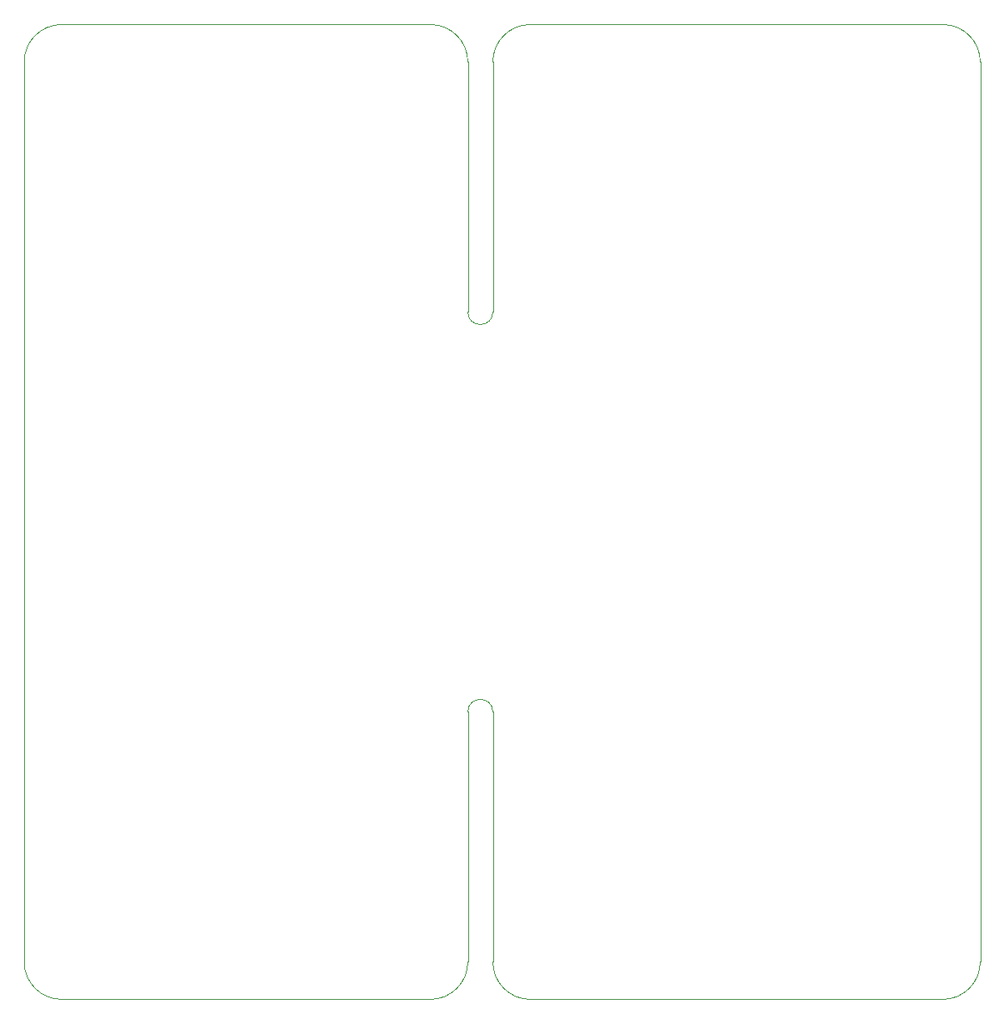
<source format=gbr>
G04 #@! TF.GenerationSoftware,KiCad,Pcbnew,(5.1.5)-3*
G04 #@! TF.CreationDate,2021-11-03T12:58:55+09:00*
G04 #@! TF.ProjectId,control_interface_boad_2021-2,636f6e74-726f-46c5-9f69-6e7465726661,rev?*
G04 #@! TF.SameCoordinates,Original*
G04 #@! TF.FileFunction,Profile,NP*
%FSLAX46Y46*%
G04 Gerber Fmt 4.6, Leading zero omitted, Abs format (unit mm)*
G04 Created by KiCad (PCBNEW (5.1.5)-3) date 2021-11-03 12:58:55*
%MOMM*%
%LPD*%
G04 APERTURE LIST*
%ADD10C,0.050000*%
G04 APERTURE END LIST*
D10*
X104140000Y-54610000D02*
X104140000Y-29210000D01*
X106680000Y-54610000D02*
G75*
G02X104140000Y-54610000I-1270000J0D01*
G01*
X104140000Y-95250000D02*
G75*
G02X106680000Y-95250000I1270000J0D01*
G01*
X106680000Y-54610000D02*
X106680000Y-29210000D01*
X106680000Y-120650000D02*
X106680000Y-95250000D01*
X152400000Y-124460000D02*
X110490000Y-124460000D01*
X156210000Y-29210000D02*
X156210000Y-120650000D01*
X110490000Y-25400000D02*
X152400000Y-25400000D01*
X106680000Y-29210000D02*
G75*
G02X110490000Y-25400000I3810000J0D01*
G01*
X152400000Y-25400000D02*
G75*
G02X156210000Y-29210000I0J-3810000D01*
G01*
X156210000Y-120650000D02*
G75*
G02X152400000Y-124460000I-3810000J0D01*
G01*
X110490000Y-124460000D02*
G75*
G02X106680000Y-120650000I0J3810000D01*
G01*
X62865000Y-124460000D02*
X100330000Y-124460000D01*
X100330000Y-25400000D02*
X62865000Y-25400000D01*
X104140000Y-120650000D02*
X104140000Y-95250000D01*
X104140000Y-120650000D02*
G75*
G02X100330000Y-124460000I-3810000J0D01*
G01*
X62865000Y-124460000D02*
G75*
G02X59055000Y-120650000I0J3810000D01*
G01*
X100330000Y-25400000D02*
G75*
G02X104140000Y-29210000I0J-3810000D01*
G01*
X59055000Y-29210000D02*
G75*
G02X62865000Y-25400000I3810000J0D01*
G01*
X59055000Y-120650000D02*
X59055000Y-29210000D01*
M02*

</source>
